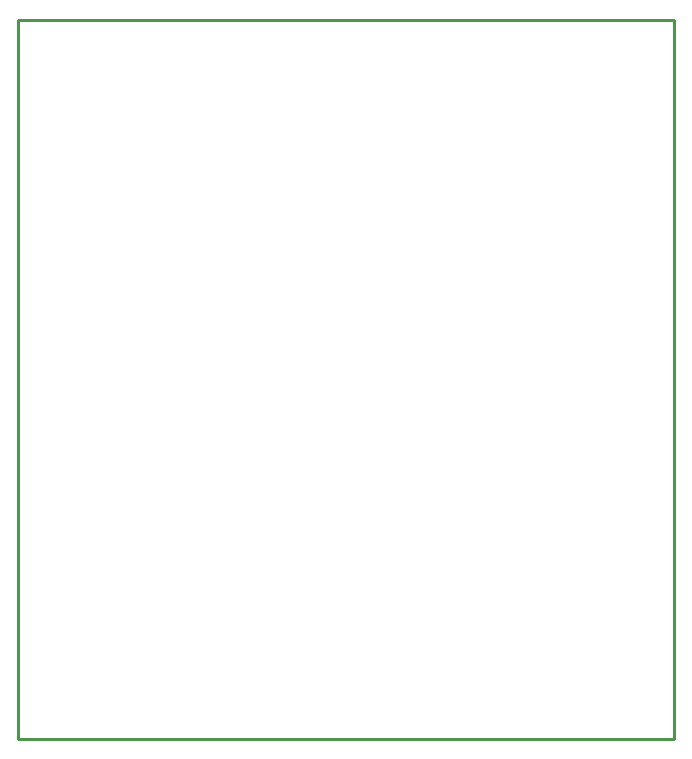
<source format=gbr>
G04 EAGLE Gerber RS-274X export*
G75*
%MOMM*%
%FSLAX34Y34*%
%LPD*%
%IN*%
%IPPOS*%
%AMOC8*
5,1,8,0,0,1.08239X$1,22.5*%
G01*
%ADD10C,0.254000*%


D10*
X0Y0D02*
X555500Y0D01*
X555500Y609500D01*
X0Y609500D01*
X0Y0D01*
M02*

</source>
